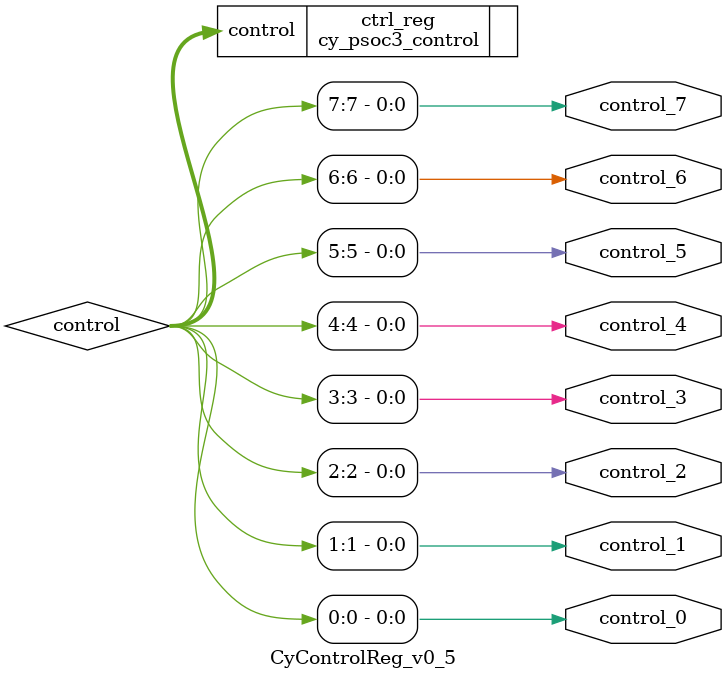
<source format=v>
/*******************************************************************************
* File Name:  CyControlReg_v0_5.v
*
* Description:
*  Verilog file for the control register. Assigns values to nets.
*
* Note:
*  
********************************************************************************
* Copyright 2008-2009, Cypress Semiconductor Corporation.  All rights reserved.
* You may use this file only in accordance with the license, terms, conditions, 
* disclaimers, and limitations in the end user license agreement accompanying 
* the software package with which this file was provided.
********************************************************************************/

`include "cypress.v"

module CyControlReg_v0_5 (
	output wire control_0,
	output wire control_1,
	output wire control_2,
	output wire control_3,
	output wire control_4,
	output wire control_5,
	output wire control_6,
	output wire control_7
);

	parameter NumOutputs = 8;

	wire [7:0] control;
	assign control_0 = control[0];
	assign control_1 = control[1];
	assign control_2 = control[2];
	assign control_3 = control[3];
	assign control_4 = control[4];
	assign control_5 = control[5];
	assign control_6 = control[6];
	assign control_7 = control[7];
	
	cy_psoc3_control
    	#(.cy_force_order(1))
    ctrl_reg(
        /*  output	[07:00]	 */  .control(control)
    );
endmodule


</source>
